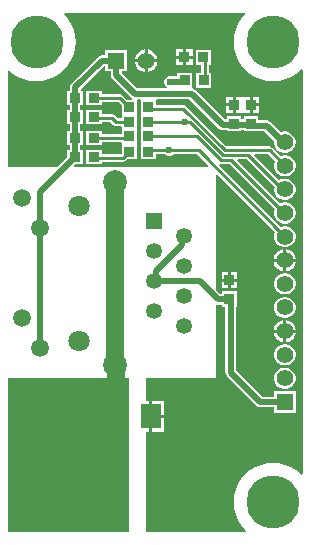
<source format=gtl>
G04*
G04 #@! TF.GenerationSoftware,Altium Limited,Altium Designer,21.3.1 (25)*
G04*
G04 Layer_Physical_Order=1*
G04 Layer_Color=255*
%FSLAX44Y44*%
%MOMM*%
G71*
G04*
G04 #@! TF.SameCoordinates,1899EECA-0796-468C-8384-63A2F62C21E4*
G04*
G04*
G04 #@! TF.FilePolarity,Positive*
G04*
G01*
G75*
%ADD10C,0.2540*%
%ADD15R,1.7500X2.1000*%
%ADD16R,0.8900X0.8200*%
%ADD17R,0.8200X0.8900*%
%ADD24C,0.5000*%
%ADD25C,1.5000*%
%ADD26C,1.3500*%
%ADD27C,1.8000*%
%ADD28C,2.0000*%
%ADD29C,1.5000*%
%ADD30R,1.3500X1.3500*%
%ADD31C,1.4000*%
%ADD32C,4.5000*%
%ADD33R,1.4000X1.4000*%
%ADD34R,1.4000X1.4000*%
%ADD35C,0.6000*%
G36*
X88020Y399162D02*
Y394920D01*
X92716D01*
Y391696D01*
X93065Y389940D01*
X94060Y388451D01*
X109756Y372756D01*
X110709Y372119D01*
X110323Y370849D01*
X106514D01*
X102346Y375018D01*
X101264Y375740D01*
X99988Y375994D01*
X84699D01*
Y378349D01*
X71799D01*
Y366149D01*
X84699D01*
Y369326D01*
X98607D01*
X101799Y366134D01*
Y359619D01*
X101799Y358349D01*
X101799Y357379D01*
Y355334D01*
X98381D01*
X95677Y358038D01*
X94596Y358760D01*
X93320Y359014D01*
X84699D01*
Y362349D01*
X71799D01*
Y350149D01*
X84699D01*
Y352346D01*
X91939D01*
X94642Y349642D01*
X95724Y348920D01*
X97000Y348666D01*
X100901D01*
X101799Y347768D01*
Y347119D01*
X101799Y345849D01*
X101799Y344879D01*
Y341885D01*
X84699D01*
Y344349D01*
X71799D01*
Y332149D01*
X84699D01*
Y335217D01*
X100901D01*
X101618Y334500D01*
X101799Y333947D01*
X101799Y332849D01*
X101799Y332379D01*
Y325364D01*
X101599Y325164D01*
X84699D01*
Y328349D01*
X71799D01*
Y316149D01*
X84699D01*
Y318496D01*
X102980D01*
X104256Y318750D01*
X105337Y319473D01*
X106514Y320649D01*
X114699D01*
Y332379D01*
X114699Y333649D01*
X114699Y334119D01*
Y344879D01*
X114699Y346149D01*
X114699Y347119D01*
Y357379D01*
X114699Y358649D01*
X114699Y359619D01*
Y370142D01*
X114699Y370849D01*
X115736Y371412D01*
X116762D01*
X117799Y370849D01*
X117799Y370142D01*
Y358649D01*
X117799D01*
X117799Y358349D01*
X117799D01*
Y346149D01*
X117799D01*
X117799Y345849D01*
X117799D01*
Y334119D01*
X117799Y332849D01*
X117799Y332379D01*
Y320649D01*
X130699D01*
Y324666D01*
X138263D01*
X139168Y323761D01*
X141005Y323000D01*
X142995D01*
X144832Y323761D01*
X145737Y324666D01*
X165619D01*
X175112Y315173D01*
X174626Y314000D01*
X61797D01*
X61311Y315173D01*
X62287Y316149D01*
X68699D01*
Y328349D01*
X66837D01*
Y332149D01*
X68699D01*
Y344349D01*
X66837D01*
Y350149D01*
X68699D01*
Y362349D01*
X66837D01*
Y366149D01*
X68699D01*
Y378349D01*
X67491D01*
X67108Y379619D01*
X86750Y399261D01*
X88020Y399162D01*
D02*
G37*
G36*
X206234Y443402D02*
X203001Y439616D01*
X200265Y435151D01*
X198260Y430313D01*
X197038Y425221D01*
X196627Y420000D01*
X197038Y414779D01*
X198260Y409687D01*
X200265Y404849D01*
X203001Y400384D01*
X206402Y396402D01*
X210384Y393001D01*
X214849Y390265D01*
X219687Y388260D01*
X224779Y387038D01*
X230000Y386627D01*
X235221Y387038D01*
X240313Y388260D01*
X245151Y390265D01*
X249616Y393001D01*
X253598Y396402D01*
X253731Y396557D01*
X254922Y396117D01*
Y53883D01*
X253731Y53443D01*
X253598Y53598D01*
X249616Y56999D01*
X245151Y59735D01*
X240313Y61740D01*
X235221Y62962D01*
X230000Y63373D01*
X224779Y62962D01*
X219687Y61740D01*
X214849Y59735D01*
X210384Y56999D01*
X206402Y53598D01*
X203001Y49616D01*
X200265Y45151D01*
X198260Y40313D01*
X197038Y35221D01*
X196627Y30000D01*
X197038Y24779D01*
X198260Y19687D01*
X200265Y14849D01*
X203001Y10384D01*
X206402Y6402D01*
X206803Y6059D01*
X206363Y4868D01*
X122000D01*
Y89711D01*
X125229D01*
Y102751D01*
Y115791D01*
X122000D01*
Y135000D01*
X181500D01*
Y196709D01*
X182482Y197515D01*
X183000Y197412D01*
X186916D01*
Y195771D01*
X189427D01*
Y140234D01*
X189777Y138479D01*
X190771Y136990D01*
X192236Y135526D01*
X216006Y111756D01*
X217494Y110761D01*
X219250Y110412D01*
X231000D01*
Y106000D01*
X249000D01*
Y124000D01*
X231000D01*
Y119588D01*
X221150D01*
X198604Y142135D01*
Y195771D01*
X199116D01*
Y208671D01*
X186916D01*
Y206588D01*
X184900D01*
X181500Y209989D01*
Y307126D01*
X182673Y307612D01*
X231686Y258599D01*
X231613Y258474D01*
X231000Y256185D01*
Y253815D01*
X231613Y251526D01*
X232798Y249474D01*
X234474Y247798D01*
X236526Y246613D01*
X238815Y246000D01*
X241185D01*
X243474Y246613D01*
X245526Y247798D01*
X247202Y249474D01*
X248387Y251526D01*
X249000Y253815D01*
Y256185D01*
X248387Y258474D01*
X247202Y260526D01*
X245526Y262202D01*
X243474Y263387D01*
X241185Y264000D01*
X238815D01*
X236526Y263387D01*
X236401Y263314D01*
X184104Y315612D01*
X184744Y316767D01*
X185653Y316586D01*
X193199D01*
X231549Y278235D01*
X231000Y276185D01*
Y273815D01*
X231613Y271526D01*
X232798Y269474D01*
X234474Y267798D01*
X236526Y266613D01*
X238815Y266000D01*
X241185D01*
X243474Y266613D01*
X245526Y267798D01*
X247202Y269474D01*
X248387Y271526D01*
X249000Y273815D01*
Y276185D01*
X248387Y278474D01*
X247202Y280526D01*
X245526Y282202D01*
X243474Y283387D01*
X241185Y284000D01*
X238815D01*
X236526Y283387D01*
X236084Y283131D01*
X199762Y319453D01*
X200248Y320626D01*
X207659D01*
X231232Y297052D01*
X231000Y296185D01*
Y293815D01*
X231613Y291526D01*
X232798Y289474D01*
X234474Y287798D01*
X236526Y286613D01*
X238815Y286000D01*
X241185D01*
X243474Y286613D01*
X245526Y287798D01*
X247202Y289474D01*
X248387Y291526D01*
X249000Y293815D01*
Y296185D01*
X248387Y298474D01*
X247202Y300526D01*
X245526Y302202D01*
X243474Y303387D01*
X241185Y304000D01*
X238815D01*
X236526Y303387D01*
X235133Y302582D01*
X214222Y323493D01*
X214708Y324666D01*
X225619D01*
X231686Y318599D01*
X231613Y318474D01*
X231000Y316185D01*
Y313815D01*
X231613Y311526D01*
X232798Y309474D01*
X234474Y307798D01*
X236526Y306613D01*
X238815Y306000D01*
X241185D01*
X243474Y306613D01*
X245526Y307798D01*
X247202Y309474D01*
X248387Y311526D01*
X249000Y313815D01*
Y316185D01*
X248387Y318474D01*
X247202Y320526D01*
X245526Y322202D01*
X243474Y323387D01*
X241185Y324000D01*
X238815D01*
X236526Y323387D01*
X236401Y323314D01*
X229357Y330358D01*
X228276Y331080D01*
X227000Y331334D01*
X190381D01*
X156379Y365336D01*
X155297Y366059D01*
X154021Y366313D01*
X130699D01*
X130699Y370849D01*
X131736Y371412D01*
X159100D01*
X184132Y346379D01*
X185620Y345385D01*
X187376Y345036D01*
X190884D01*
Y344077D01*
X203084D01*
Y345036D01*
X205190D01*
Y344010D01*
X217390D01*
Y344412D01*
X222510D01*
X231000Y335922D01*
Y333815D01*
X231613Y331526D01*
X232798Y329474D01*
X234474Y327798D01*
X236526Y326613D01*
X238815Y326000D01*
X241185D01*
X243474Y326613D01*
X245526Y327798D01*
X247202Y329474D01*
X248387Y331526D01*
X249000Y333815D01*
Y336185D01*
X248387Y338474D01*
X247202Y340526D01*
X245526Y342202D01*
X243474Y343387D01*
X241185Y344000D01*
X238815D01*
X236526Y343387D01*
X236517Y343382D01*
X227654Y352244D01*
X226166Y353239D01*
X224410Y353588D01*
X217390D01*
Y356910D01*
X205190D01*
Y354212D01*
X203084D01*
Y356977D01*
X190884D01*
Y354212D01*
X189277D01*
X164244Y379244D01*
X162756Y380239D01*
X162604Y380269D01*
X161699Y381149D01*
X161699Y381744D01*
Y393349D01*
X148799D01*
Y390588D01*
X144989D01*
X143995Y391000D01*
X142005D01*
X140168Y390239D01*
X138761Y388832D01*
X138000Y386995D01*
Y385005D01*
X138761Y383168D01*
X140071Y381858D01*
X140022Y381411D01*
X139681Y380588D01*
X114901D01*
X101892Y393596D01*
Y394920D01*
X106020D01*
Y412920D01*
X88020D01*
Y408508D01*
X84920D01*
X83164Y408159D01*
X81676Y407164D01*
X59005Y384493D01*
X58010Y383005D01*
X57661Y381249D01*
Y378349D01*
X55799D01*
Y366149D01*
X57661D01*
Y362349D01*
X55799D01*
Y350149D01*
X57661D01*
Y344349D01*
X55799D01*
Y332149D01*
X57661D01*
Y328349D01*
X55799D01*
Y322638D01*
X47161Y314000D01*
X5118D01*
Y395401D01*
X6388Y395987D01*
X9884Y393001D01*
X14349Y390265D01*
X19187Y388260D01*
X24279Y387038D01*
X29500Y386627D01*
X34721Y387038D01*
X39813Y388260D01*
X44651Y390265D01*
X49116Y393001D01*
X53098Y396402D01*
X56499Y400384D01*
X59235Y404849D01*
X61240Y409687D01*
X62462Y414779D01*
X62873Y420000D01*
X62462Y425221D01*
X61240Y430313D01*
X59235Y435151D01*
X56499Y439616D01*
X53266Y443402D01*
X53575Y444672D01*
X205925D01*
X206234Y443402D01*
D02*
G37*
G36*
X108000Y5000D02*
X5000D01*
X5118Y5118D01*
Y135000D01*
X108000D01*
Y5000D01*
D02*
G37*
%LPC*%
G36*
X161741Y413391D02*
X156021D01*
Y408021D01*
X161741D01*
Y413391D01*
D02*
G37*
G36*
X153481D02*
X147761D01*
Y408021D01*
X153481D01*
Y413391D01*
D02*
G37*
G36*
X123690Y413456D02*
Y405190D01*
X131956D01*
X131310Y407602D01*
X130054Y409778D01*
X128278Y411554D01*
X126102Y412810D01*
X123690Y413456D01*
D02*
G37*
G36*
X121150D02*
X118738Y412810D01*
X116562Y411554D01*
X114786Y409778D01*
X113530Y407602D01*
X112884Y405190D01*
X121150D01*
Y413456D01*
D02*
G37*
G36*
X161741Y405481D02*
X156021D01*
Y400111D01*
X161741D01*
Y405481D01*
D02*
G37*
G36*
X153481D02*
X147761D01*
Y400111D01*
X153481D01*
Y405481D01*
D02*
G37*
G36*
X131956Y402650D02*
X123690D01*
Y394384D01*
X126102Y395030D01*
X128278Y396286D01*
X130054Y398062D01*
X131310Y400238D01*
X131956Y402650D01*
D02*
G37*
G36*
X121150D02*
X112884D01*
X113530Y400238D01*
X114786Y398062D01*
X116562Y396286D01*
X118738Y395030D01*
X121150Y394384D01*
Y402650D01*
D02*
G37*
G36*
X177201Y412851D02*
X164301D01*
Y400651D01*
X168667D01*
Y393349D01*
X164799D01*
Y381149D01*
X177699D01*
Y393349D01*
X175335D01*
Y400651D01*
X177201D01*
Y412851D01*
D02*
G37*
G36*
X195714Y373517D02*
X190344D01*
Y367797D01*
X195714D01*
Y373517D01*
D02*
G37*
G36*
X212560Y373450D02*
Y367730D01*
X217930D01*
Y373450D01*
X212560D01*
D02*
G37*
G36*
X195714Y365257D02*
X190344D01*
Y359537D01*
X195714D01*
Y365257D01*
D02*
G37*
G36*
X217930Y365190D02*
X212560D01*
Y359470D01*
X217930D01*
Y365190D01*
D02*
G37*
G36*
X203624Y373517D02*
X203408Y373517D01*
X198254D01*
Y366527D01*
Y359537D01*
X203408D01*
X204650Y359470D01*
X204867Y359470D01*
X210020D01*
Y366460D01*
Y373450D01*
X204867D01*
X203624Y373517D01*
D02*
G37*
G36*
X241270Y244536D02*
Y236270D01*
X249536D01*
X248890Y238682D01*
X247634Y240858D01*
X245858Y242634D01*
X243682Y243890D01*
X241270Y244536D01*
D02*
G37*
G36*
X238730D02*
X236318Y243890D01*
X234142Y242634D01*
X232366Y240858D01*
X231110Y238682D01*
X230464Y236270D01*
X238730D01*
Y244536D01*
D02*
G37*
G36*
X249536Y233730D02*
X241270D01*
Y225464D01*
X243682Y226110D01*
X245858Y227366D01*
X247634Y229142D01*
X248890Y231318D01*
X249536Y233730D01*
D02*
G37*
G36*
X238730D02*
X230464D01*
X231110Y231318D01*
X232366Y229142D01*
X234142Y227366D01*
X236318Y226110D01*
X238730Y225464D01*
Y233730D01*
D02*
G37*
G36*
X199656Y225211D02*
X194286D01*
Y219491D01*
X199656D01*
Y225211D01*
D02*
G37*
G36*
X191746D02*
X186376D01*
Y219491D01*
X191746D01*
Y225211D01*
D02*
G37*
G36*
X199656Y216951D02*
X194286D01*
Y211231D01*
X199656D01*
Y216951D01*
D02*
G37*
G36*
X191746D02*
X186376D01*
Y211231D01*
X191746D01*
Y216951D01*
D02*
G37*
G36*
X241185Y224000D02*
X238815D01*
X236526Y223387D01*
X234474Y222202D01*
X232798Y220526D01*
X231613Y218474D01*
X231000Y216185D01*
Y213815D01*
X231613Y211526D01*
X232798Y209474D01*
X234474Y207798D01*
X236526Y206613D01*
X238815Y206000D01*
X241185D01*
X243474Y206613D01*
X245526Y207798D01*
X247202Y209474D01*
X248387Y211526D01*
X249000Y213815D01*
Y216185D01*
X248387Y218474D01*
X247202Y220526D01*
X245526Y222202D01*
X243474Y223387D01*
X241185Y224000D01*
D02*
G37*
G36*
Y204000D02*
X238815D01*
X236526Y203387D01*
X234474Y202202D01*
X232798Y200526D01*
X231613Y198474D01*
X231000Y196185D01*
Y193815D01*
X231613Y191526D01*
X232798Y189474D01*
X234474Y187798D01*
X236526Y186613D01*
X238815Y186000D01*
X241185D01*
X243474Y186613D01*
X245526Y187798D01*
X247202Y189474D01*
X248387Y191526D01*
X249000Y193815D01*
Y196185D01*
X248387Y198474D01*
X247202Y200526D01*
X245526Y202202D01*
X243474Y203387D01*
X241185Y204000D01*
D02*
G37*
G36*
X241270Y184536D02*
Y176270D01*
X249536D01*
X248890Y178682D01*
X247634Y180858D01*
X245858Y182634D01*
X243682Y183890D01*
X241270Y184536D01*
D02*
G37*
G36*
X238730Y184536D02*
X236318Y183890D01*
X234142Y182634D01*
X232366Y180858D01*
X231110Y178682D01*
X230464Y176270D01*
X238730D01*
Y184536D01*
D02*
G37*
G36*
X249536Y173730D02*
X241270D01*
Y165464D01*
X243682Y166110D01*
X245858Y167366D01*
X247634Y169142D01*
X248890Y171318D01*
X249536Y173730D01*
D02*
G37*
G36*
X238730D02*
X230464D01*
X231110Y171318D01*
X232366Y169142D01*
X234142Y167366D01*
X236318Y166110D01*
X238730Y165464D01*
Y173730D01*
D02*
G37*
G36*
X241185Y164000D02*
X238815D01*
X236526Y163387D01*
X234474Y162202D01*
X232798Y160526D01*
X231613Y158474D01*
X231000Y156185D01*
Y153815D01*
X231613Y151526D01*
X232798Y149474D01*
X234474Y147798D01*
X236526Y146613D01*
X238815Y146000D01*
X241185D01*
X243474Y146613D01*
X245526Y147798D01*
X247202Y149474D01*
X248387Y151526D01*
X249000Y153815D01*
Y156185D01*
X248387Y158474D01*
X247202Y160526D01*
X245526Y162202D01*
X243474Y163387D01*
X241185Y164000D01*
D02*
G37*
G36*
Y144000D02*
X238815D01*
X236526Y143387D01*
X234474Y142202D01*
X232798Y140526D01*
X231613Y138474D01*
X231000Y136185D01*
Y133815D01*
X231613Y131526D01*
X232798Y129474D01*
X234474Y127798D01*
X236526Y126613D01*
X238815Y126000D01*
X241185D01*
X243474Y126613D01*
X245526Y127798D01*
X247202Y129474D01*
X248387Y131526D01*
X249000Y133815D01*
Y136185D01*
X248387Y138474D01*
X247202Y140526D01*
X245526Y142202D01*
X243474Y143387D01*
X241185Y144000D01*
D02*
G37*
G36*
X137789Y115791D02*
X127769D01*
Y104021D01*
X137789D01*
Y115791D01*
D02*
G37*
G36*
Y101481D02*
X127769D01*
Y89711D01*
X137789D01*
Y101481D01*
D02*
G37*
%LPD*%
D10*
X142000Y328000D02*
X167000D01*
X124249Y326749D02*
X125500Y328000D01*
X167000D02*
X240000Y255000D01*
X125500Y328000D02*
X167000D01*
X187327Y323960D02*
X209040D01*
X155132Y351868D02*
X159419D01*
X155000Y352000D02*
X155132Y351868D01*
X159419D02*
X187327Y323960D01*
X124498Y352000D02*
X155000D01*
X124249Y352249D02*
X124498Y352000D01*
X61899Y322249D02*
X62249D01*
X32200Y292201D02*
Y292551D01*
X82411Y321830D02*
X102980D01*
X107899Y326749D01*
X81330Y321830D02*
X82411D01*
X107899Y326749D02*
X108249D01*
X81446Y338551D02*
X107051D01*
X108249Y339749D01*
X97000Y352000D02*
X106498D01*
X108000D01*
X106498D02*
X108249Y350249D01*
X108000Y352000D02*
X108249Y352249D01*
X93320Y355680D02*
X97000Y352000D01*
X81330Y355680D02*
X93320D01*
X99988Y372660D02*
X107899Y364749D01*
X108249D01*
X81330Y372660D02*
X99988D01*
X171249Y387249D02*
X172001Y388002D01*
Y403792D01*
X154000Y386000D02*
X155249Y387249D01*
X165573Y340000D02*
X185653Y319920D01*
X124500Y340000D02*
X165573D01*
X185653Y319920D02*
X194580D01*
X126019Y362979D02*
X154021D01*
X189000Y328000D02*
X227000D01*
X154021Y362979D02*
X189000Y328000D01*
X194580Y319920D02*
X239500Y275000D01*
X239500D01*
X209040Y323960D02*
X238750Y294250D01*
X227000Y328000D02*
X240000Y315000D01*
X124249Y339749D02*
X124500Y340000D01*
X124249Y364749D02*
X126019Y362979D01*
D15*
X126499Y102751D02*
D03*
X89999D02*
D03*
D16*
X170751Y406751D02*
D03*
X154751D02*
D03*
X62249Y338249D02*
D03*
X78249D02*
D03*
X62249Y322249D02*
D03*
X78249D02*
D03*
X62249Y356249D02*
D03*
X78249D02*
D03*
X62249Y372249D02*
D03*
X78249D02*
D03*
X155249Y387249D02*
D03*
X171249D02*
D03*
X108249Y339749D02*
D03*
X124249D02*
D03*
X124249Y364749D02*
D03*
X108249D02*
D03*
X124249Y352249D02*
D03*
X108249D02*
D03*
X124249Y326749D02*
D03*
X108249D02*
D03*
D17*
X193016Y218221D02*
D03*
X211290Y366460D02*
D03*
X193016Y202221D02*
D03*
X196984Y350527D02*
D03*
Y366527D02*
D03*
X211290Y350460D02*
D03*
D24*
X62249Y322250D02*
Y372249D01*
X131026Y226026D02*
X153174Y248174D01*
Y254021D02*
X154800Y255647D01*
X153174Y248174D02*
Y254021D01*
X131026Y220276D02*
Y226026D01*
X32200Y161750D02*
Y292201D01*
X187376Y349624D02*
X196984D01*
X211290Y350460D02*
X212750Y349000D01*
X224410D02*
X238410Y335000D01*
X212750Y349000D02*
X224410D01*
X238410Y335000D02*
X240000D01*
X196984Y349624D02*
X210454D01*
X211290Y350460D01*
X113000Y376000D02*
X161000D01*
X187376Y349624D01*
X191636Y202221D02*
X193016D01*
X191416Y202000D02*
X191636Y202221D01*
X168000Y217000D02*
X183000Y202000D01*
X191416D01*
X130050Y217000D02*
X168000D01*
X129400Y217650D02*
X130050Y217000D01*
X32200Y292551D02*
X61899Y322249D01*
X62249D02*
X62249Y322250D01*
Y372249D02*
Y381249D01*
X84920Y403920D01*
X92520D01*
X108186Y364686D02*
X108249Y364749D01*
X143000Y386000D02*
X154000D01*
X97304Y391696D02*
X113000Y376000D01*
X97304Y391696D02*
Y403636D01*
X97020Y403920D02*
X97304Y403636D01*
X194016Y140234D02*
Y201971D01*
X195480Y138770D02*
X219250Y115000D01*
X194016Y140234D02*
X195480Y138770D01*
X219250Y115000D02*
X239500D01*
D25*
X97000Y95000D02*
Y146000D01*
X96749Y146500D02*
X97000Y146249D01*
X96250Y146500D02*
Y301500D01*
X96500Y146500D02*
X97000Y146000D01*
X32000Y30000D02*
X97000Y95000D01*
X30000Y30000D02*
X32000D01*
D26*
X129400Y192250D02*
D03*
X154800Y179550D02*
D03*
Y204950D02*
D03*
X129400Y217650D02*
D03*
X154800Y230350D02*
D03*
X129400Y243050D02*
D03*
X154800Y255750D02*
D03*
D27*
X66000Y281150D02*
D03*
Y166850D02*
D03*
D28*
X96500Y146500D02*
D03*
Y301500D02*
D03*
D29*
X32200Y160750D02*
D03*
X17000Y186150D02*
D03*
X32200Y261850D02*
D03*
X17000Y287250D02*
D03*
D30*
X129400Y268450D02*
D03*
D31*
X240000Y135000D02*
D03*
Y155000D02*
D03*
Y175000D02*
D03*
Y195000D02*
D03*
Y235000D02*
D03*
Y215000D02*
D03*
X122420Y403920D02*
D03*
X240000Y335000D02*
D03*
Y315000D02*
D03*
Y295000D02*
D03*
Y275000D02*
D03*
Y255000D02*
D03*
D32*
X230000Y420000D02*
D03*
Y30000D02*
D03*
X30000D02*
D03*
Y420000D02*
D03*
D33*
X97020Y403920D02*
D03*
D34*
X240000Y115000D02*
D03*
D35*
X145000D02*
D03*
Y107438D02*
D03*
Y100000D02*
D03*
Y92000D02*
D03*
X71000Y115000D02*
D03*
Y107000D02*
D03*
Y99000D02*
D03*
Y91000D02*
D03*
X17744Y70326D02*
D03*
Y110326D02*
D03*
X99565Y82316D02*
D03*
X47744Y70326D02*
D03*
X99000Y52000D02*
D03*
X69000Y22000D02*
D03*
X142000Y328000D02*
D03*
X155000Y352000D02*
D03*
X143000Y386000D02*
D03*
X211929Y377484D02*
D03*
X224646Y366924D02*
D03*
X183185Y367242D02*
D03*
X166773Y318910D02*
D03*
X129424Y432309D02*
D03*
X93480Y379730D02*
D03*
X193676Y242804D02*
D03*
X188676Y284804D02*
D03*
X19369Y378734D02*
D03*
X69369Y438734D02*
D03*
X195369Y377734D02*
D03*
X189369Y438734D02*
D03*
X249369Y378734D02*
D03*
X189000Y17000D02*
D03*
X199000Y57000D02*
D03*
X179000Y107000D02*
D03*
X93480Y329730D02*
D03*
Y345730D02*
D03*
Y363730D02*
D03*
X135422Y50039D02*
D03*
X219119Y133984D02*
D03*
X239369Y68734D02*
D03*
X18480Y338730D02*
D03*
X159000Y77000D02*
D03*
M02*

</source>
